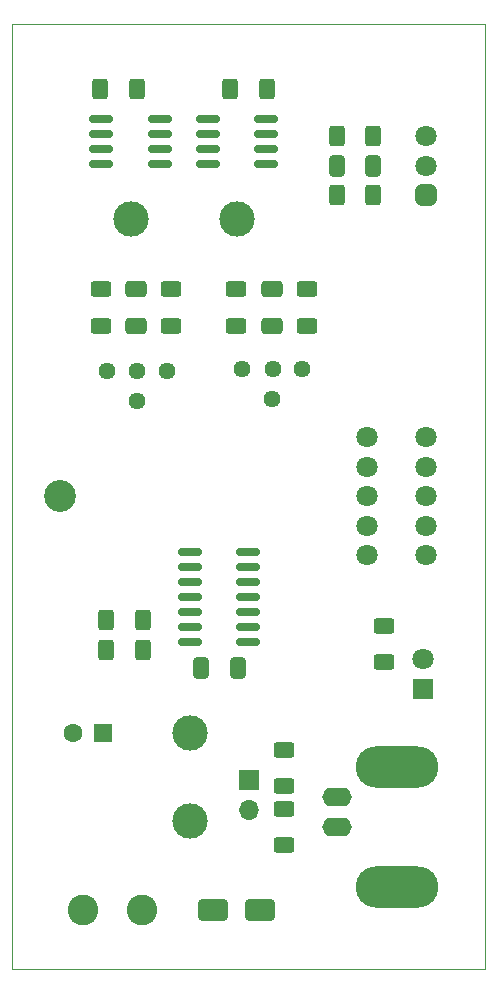
<source format=gbr>
%TF.GenerationSoftware,KiCad,Pcbnew,7.0.7*%
%TF.CreationDate,2024-08-22T16:43:00-10:00*%
%TF.ProjectId,pHSim2,70485369-6d32-42e6-9b69-6361645f7063,rev?*%
%TF.SameCoordinates,Original*%
%TF.FileFunction,Soldermask,Top*%
%TF.FilePolarity,Negative*%
%FSLAX46Y46*%
G04 Gerber Fmt 4.6, Leading zero omitted, Abs format (unit mm)*
G04 Created by KiCad (PCBNEW 7.0.7) date 2024-08-22 16:43:00*
%MOMM*%
%LPD*%
G01*
G04 APERTURE LIST*
G04 Aperture macros list*
%AMRoundRect*
0 Rectangle with rounded corners*
0 $1 Rounding radius*
0 $2 $3 $4 $5 $6 $7 $8 $9 X,Y pos of 4 corners*
0 Add a 4 corners polygon primitive as box body*
4,1,4,$2,$3,$4,$5,$6,$7,$8,$9,$2,$3,0*
0 Add four circle primitives for the rounded corners*
1,1,$1+$1,$2,$3*
1,1,$1+$1,$4,$5*
1,1,$1+$1,$6,$7*
1,1,$1+$1,$8,$9*
0 Add four rect primitives between the rounded corners*
20,1,$1+$1,$2,$3,$4,$5,0*
20,1,$1+$1,$4,$5,$6,$7,0*
20,1,$1+$1,$6,$7,$8,$9,0*
20,1,$1+$1,$8,$9,$2,$3,0*%
G04 Aperture macros list end*
%ADD10RoundRect,0.150000X-0.825000X-0.150000X0.825000X-0.150000X0.825000X0.150000X-0.825000X0.150000X0*%
%ADD11RoundRect,0.250000X-0.625000X0.400000X-0.625000X-0.400000X0.625000X-0.400000X0.625000X0.400000X0*%
%ADD12RoundRect,0.450000X-0.450000X-0.450000X0.450000X-0.450000X0.450000X0.450000X-0.450000X0.450000X0*%
%ADD13C,1.800000*%
%ADD14C,1.440000*%
%ADD15C,3.000000*%
%ADD16RoundRect,0.250000X-0.400000X-0.625000X0.400000X-0.625000X0.400000X0.625000X-0.400000X0.625000X0*%
%ADD17RoundRect,0.250000X0.412500X0.650000X-0.412500X0.650000X-0.412500X-0.650000X0.412500X-0.650000X0*%
%ADD18RoundRect,0.250000X0.650000X-0.412500X0.650000X0.412500X-0.650000X0.412500X-0.650000X-0.412500X0*%
%ADD19RoundRect,0.250000X0.400000X0.625000X-0.400000X0.625000X-0.400000X-0.625000X0.400000X-0.625000X0*%
%ADD20C,2.700000*%
%ADD21C,2.600000*%
%ADD22RoundRect,0.250000X1.000000X0.650000X-1.000000X0.650000X-1.000000X-0.650000X1.000000X-0.650000X0*%
%ADD23RoundRect,0.250000X0.625000X-0.400000X0.625000X0.400000X-0.625000X0.400000X-0.625000X-0.400000X0*%
%ADD24RoundRect,0.250000X-0.412500X-0.650000X0.412500X-0.650000X0.412500X0.650000X-0.412500X0.650000X0*%
%ADD25O,2.500000X1.600000*%
%ADD26O,7.000000X3.500000*%
%ADD27R,1.800000X1.800000*%
%ADD28R,1.600000X1.600000*%
%ADD29C,1.600000*%
%ADD30R,1.700000X1.700000*%
%ADD31O,1.700000X1.700000*%
%TA.AperFunction,Profile*%
%ADD32C,0.100000*%
%TD*%
G04 APERTURE END LIST*
D10*
%TO.C,U3*%
X116525000Y-68095000D03*
X116525000Y-69365000D03*
X116525000Y-70635000D03*
X116525000Y-71905000D03*
X121475000Y-71905000D03*
X121475000Y-70635000D03*
X121475000Y-69365000D03*
X121475000Y-68095000D03*
%TD*%
D11*
%TO.C,R5*%
X131500000Y-110950000D03*
X131500000Y-114050000D03*
%TD*%
D12*
%TO.C,R14*%
X135000000Y-74500000D03*
D13*
X135000000Y-72000000D03*
X135000000Y-69500000D03*
%TD*%
D14*
%TO.C,R8*%
X113050000Y-89375000D03*
X110510000Y-91915000D03*
X110550000Y-89375000D03*
X107970000Y-89375000D03*
%TD*%
D15*
%TO.C,TP2*%
X110000000Y-76500000D03*
%TD*%
D16*
%TO.C,R12*%
X127450000Y-74500000D03*
X130550000Y-74500000D03*
%TD*%
D11*
%TO.C,R6*%
X107460000Y-82450000D03*
X107460000Y-85550000D03*
%TD*%
D17*
%TO.C,C5*%
X130562500Y-72000000D03*
X127437500Y-72000000D03*
%TD*%
D18*
%TO.C,C3*%
X110460000Y-85562500D03*
X110460000Y-82437500D03*
%TD*%
D19*
%TO.C,R4*%
X121550000Y-65500000D03*
X118450000Y-65500000D03*
%TD*%
D20*
%TO.C,H1*%
X104000000Y-100000000D03*
%TD*%
D21*
%TO.C,J2*%
X106000000Y-135000000D03*
%TD*%
D22*
%TO.C,D2*%
X121000000Y-135000000D03*
X117000000Y-135000000D03*
%TD*%
D11*
%TO.C,R7*%
X118960000Y-82450000D03*
X118960000Y-85550000D03*
%TD*%
D21*
%TO.C,J1*%
X111000000Y-135000000D03*
%TD*%
D23*
%TO.C,R10*%
X113460000Y-85550000D03*
X113460000Y-82450000D03*
%TD*%
D18*
%TO.C,C4*%
X121960000Y-85562500D03*
X121960000Y-82437500D03*
%TD*%
D23*
%TO.C,R11*%
X124960000Y-85550000D03*
X124960000Y-82450000D03*
%TD*%
D19*
%TO.C,R13*%
X130550000Y-69500000D03*
X127450000Y-69500000D03*
%TD*%
D15*
%TO.C,TP1*%
X115000000Y-120000000D03*
%TD*%
D14*
%TO.C,R9*%
X124550000Y-89250000D03*
X122010000Y-91790000D03*
X122050000Y-89250000D03*
X119470000Y-89250000D03*
%TD*%
D16*
%TO.C,R3*%
X107450000Y-65500000D03*
X110550000Y-65500000D03*
%TD*%
D15*
%TO.C,TP3*%
X119000000Y-76500000D03*
%TD*%
D10*
%TO.C,U2*%
X107525000Y-68095000D03*
X107525000Y-69365000D03*
X107525000Y-70635000D03*
X107525000Y-71905000D03*
X112475000Y-71905000D03*
X112475000Y-70635000D03*
X112475000Y-69365000D03*
X112475000Y-68095000D03*
%TD*%
D19*
%TO.C,R2*%
X111050000Y-113000000D03*
X107950000Y-113000000D03*
%TD*%
D24*
%TO.C,C2*%
X115937500Y-114500000D03*
X119062500Y-114500000D03*
%TD*%
D25*
%TO.C,J3*%
X127450000Y-128000000D03*
D26*
X132530000Y-122920000D03*
D25*
X127450000Y-125460000D03*
D26*
X132530000Y-133080000D03*
%TD*%
D27*
%TO.C,D1*%
X134750000Y-116275000D03*
D13*
X134750000Y-113735000D03*
%TD*%
%TO.C,SW2*%
X135000000Y-95000000D03*
X135000000Y-97500000D03*
X135000000Y-100000000D03*
X135000000Y-102500000D03*
X135000000Y-105000000D03*
X130000000Y-95000000D03*
X130000000Y-97500000D03*
X130000000Y-100000000D03*
X130000000Y-102500000D03*
X130000000Y-105000000D03*
%TD*%
D15*
%TO.C,TP0*%
X115000000Y-127500000D03*
%TD*%
D28*
%TO.C,C1*%
X107652651Y-120000000D03*
D29*
X105152651Y-120000000D03*
%TD*%
D11*
%TO.C,R15*%
X123000000Y-121450000D03*
X123000000Y-124550000D03*
%TD*%
D16*
%TO.C,R1*%
X107950000Y-110500000D03*
X111050000Y-110500000D03*
%TD*%
D30*
%TO.C,J4*%
X120000000Y-124000000D03*
D31*
X120000000Y-126540000D03*
%TD*%
D11*
%TO.C,R16*%
X123000000Y-126450000D03*
X123000000Y-129550000D03*
%TD*%
D10*
%TO.C,U1*%
X115025000Y-104690000D03*
X115025000Y-105960000D03*
X115025000Y-107230000D03*
X115025000Y-108500000D03*
X115025000Y-109770000D03*
X115025000Y-111040000D03*
X115025000Y-112310000D03*
X119975000Y-112310000D03*
X119975000Y-111040000D03*
X119975000Y-109770000D03*
X119975000Y-108500000D03*
X119975000Y-107230000D03*
X119975000Y-105960000D03*
X119975000Y-104690000D03*
%TD*%
D32*
X100000000Y-60000000D02*
X140000000Y-60000000D01*
X140000000Y-140000000D01*
X100000000Y-140000000D01*
X100000000Y-60000000D01*
M02*

</source>
